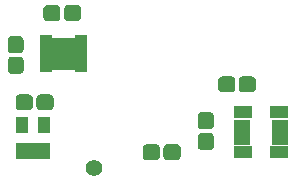
<source format=gbr>
G04 #@! TF.GenerationSoftware,KiCad,Pcbnew,(5.0.0-rc2-200-g1f6f76beb)*
G04 #@! TF.CreationDate,2020-02-24T22:29:59-05:00*
G04 #@! TF.ProjectId,watch-power,77617463682D706F7765722E6B696361,rev?*
G04 #@! TF.SameCoordinates,Original*
G04 #@! TF.FileFunction,Soldermask,Top*
G04 #@! TF.FilePolarity,Negative*
%FSLAX46Y46*%
G04 Gerber Fmt 4.6, Leading zero omitted, Abs format (unit mm)*
G04 Created by KiCad (PCBNEW (5.0.0-rc2-200-g1f6f76beb)) date Mon Feb 24 22:29:59 2020*
%MOMM*%
%LPD*%
G01*
G04 APERTURE LIST*
%ADD10C,0.100000*%
%ADD11C,1.350000*%
%ADD12R,1.100000X0.650000*%
%ADD13R,2.180000X2.750000*%
%ADD14R,1.050000X1.460000*%
%ADD15R,1.320000X0.630000*%
%ADD16R,1.600000X1.100000*%
%ADD17C,1.400000*%
G04 APERTURE END LIST*
D10*
G04 #@! TO.C,C1*
G36*
X72557381Y-69064425D02*
X72590143Y-69069285D01*
X72622271Y-69077333D01*
X72653456Y-69088491D01*
X72683396Y-69102652D01*
X72711805Y-69119679D01*
X72738408Y-69139409D01*
X72762949Y-69161651D01*
X72785191Y-69186192D01*
X72804921Y-69212795D01*
X72821948Y-69241204D01*
X72836109Y-69271144D01*
X72847267Y-69302329D01*
X72855315Y-69334457D01*
X72860175Y-69367219D01*
X72861800Y-69400300D01*
X72861800Y-70175300D01*
X72860175Y-70208381D01*
X72855315Y-70241143D01*
X72847267Y-70273271D01*
X72836109Y-70304456D01*
X72821948Y-70334396D01*
X72804921Y-70362805D01*
X72785191Y-70389408D01*
X72762949Y-70413949D01*
X72738408Y-70436191D01*
X72711805Y-70455921D01*
X72683396Y-70472948D01*
X72653456Y-70487109D01*
X72622271Y-70498267D01*
X72590143Y-70506315D01*
X72557381Y-70511175D01*
X72524300Y-70512800D01*
X71849300Y-70512800D01*
X71816219Y-70511175D01*
X71783457Y-70506315D01*
X71751329Y-70498267D01*
X71720144Y-70487109D01*
X71690204Y-70472948D01*
X71661795Y-70455921D01*
X71635192Y-70436191D01*
X71610651Y-70413949D01*
X71588409Y-70389408D01*
X71568679Y-70362805D01*
X71551652Y-70334396D01*
X71537491Y-70304456D01*
X71526333Y-70273271D01*
X71518285Y-70241143D01*
X71513425Y-70208381D01*
X71511800Y-70175300D01*
X71511800Y-69400300D01*
X71513425Y-69367219D01*
X71518285Y-69334457D01*
X71526333Y-69302329D01*
X71537491Y-69271144D01*
X71551652Y-69241204D01*
X71568679Y-69212795D01*
X71588409Y-69186192D01*
X71610651Y-69161651D01*
X71635192Y-69139409D01*
X71661795Y-69119679D01*
X71690204Y-69102652D01*
X71720144Y-69088491D01*
X71751329Y-69077333D01*
X71783457Y-69069285D01*
X71816219Y-69064425D01*
X71849300Y-69062800D01*
X72524300Y-69062800D01*
X72557381Y-69064425D01*
X72557381Y-69064425D01*
G37*
D11*
X72186800Y-69787800D03*
D10*
G36*
X72557381Y-70814425D02*
X72590143Y-70819285D01*
X72622271Y-70827333D01*
X72653456Y-70838491D01*
X72683396Y-70852652D01*
X72711805Y-70869679D01*
X72738408Y-70889409D01*
X72762949Y-70911651D01*
X72785191Y-70936192D01*
X72804921Y-70962795D01*
X72821948Y-70991204D01*
X72836109Y-71021144D01*
X72847267Y-71052329D01*
X72855315Y-71084457D01*
X72860175Y-71117219D01*
X72861800Y-71150300D01*
X72861800Y-71925300D01*
X72860175Y-71958381D01*
X72855315Y-71991143D01*
X72847267Y-72023271D01*
X72836109Y-72054456D01*
X72821948Y-72084396D01*
X72804921Y-72112805D01*
X72785191Y-72139408D01*
X72762949Y-72163949D01*
X72738408Y-72186191D01*
X72711805Y-72205921D01*
X72683396Y-72222948D01*
X72653456Y-72237109D01*
X72622271Y-72248267D01*
X72590143Y-72256315D01*
X72557381Y-72261175D01*
X72524300Y-72262800D01*
X71849300Y-72262800D01*
X71816219Y-72261175D01*
X71783457Y-72256315D01*
X71751329Y-72248267D01*
X71720144Y-72237109D01*
X71690204Y-72222948D01*
X71661795Y-72205921D01*
X71635192Y-72186191D01*
X71610651Y-72163949D01*
X71588409Y-72139408D01*
X71568679Y-72112805D01*
X71551652Y-72084396D01*
X71537491Y-72054456D01*
X71526333Y-72023271D01*
X71518285Y-71991143D01*
X71513425Y-71958381D01*
X71511800Y-71925300D01*
X71511800Y-71150300D01*
X71513425Y-71117219D01*
X71518285Y-71084457D01*
X71526333Y-71052329D01*
X71537491Y-71021144D01*
X71551652Y-70991204D01*
X71568679Y-70962795D01*
X71588409Y-70936192D01*
X71610651Y-70911651D01*
X71635192Y-70889409D01*
X71661795Y-70869679D01*
X71690204Y-70852652D01*
X71720144Y-70838491D01*
X71751329Y-70827333D01*
X71783457Y-70819285D01*
X71816219Y-70814425D01*
X71849300Y-70812800D01*
X72524300Y-70812800D01*
X72557381Y-70814425D01*
X72557381Y-70814425D01*
G37*
D11*
X72186800Y-71537800D03*
G04 #@! TD*
D10*
G04 #@! TO.C,C2*
G36*
X90477581Y-72478625D02*
X90510343Y-72483485D01*
X90542471Y-72491533D01*
X90573656Y-72502691D01*
X90603596Y-72516852D01*
X90632005Y-72533879D01*
X90658608Y-72553609D01*
X90683149Y-72575851D01*
X90705391Y-72600392D01*
X90725121Y-72626995D01*
X90742148Y-72655404D01*
X90756309Y-72685344D01*
X90767467Y-72716529D01*
X90775515Y-72748657D01*
X90780375Y-72781419D01*
X90782000Y-72814500D01*
X90782000Y-73489500D01*
X90780375Y-73522581D01*
X90775515Y-73555343D01*
X90767467Y-73587471D01*
X90756309Y-73618656D01*
X90742148Y-73648596D01*
X90725121Y-73677005D01*
X90705391Y-73703608D01*
X90683149Y-73728149D01*
X90658608Y-73750391D01*
X90632005Y-73770121D01*
X90603596Y-73787148D01*
X90573656Y-73801309D01*
X90542471Y-73812467D01*
X90510343Y-73820515D01*
X90477581Y-73825375D01*
X90444500Y-73827000D01*
X89669500Y-73827000D01*
X89636419Y-73825375D01*
X89603657Y-73820515D01*
X89571529Y-73812467D01*
X89540344Y-73801309D01*
X89510404Y-73787148D01*
X89481995Y-73770121D01*
X89455392Y-73750391D01*
X89430851Y-73728149D01*
X89408609Y-73703608D01*
X89388879Y-73677005D01*
X89371852Y-73648596D01*
X89357691Y-73618656D01*
X89346533Y-73587471D01*
X89338485Y-73555343D01*
X89333625Y-73522581D01*
X89332000Y-73489500D01*
X89332000Y-72814500D01*
X89333625Y-72781419D01*
X89338485Y-72748657D01*
X89346533Y-72716529D01*
X89357691Y-72685344D01*
X89371852Y-72655404D01*
X89388879Y-72626995D01*
X89408609Y-72600392D01*
X89430851Y-72575851D01*
X89455392Y-72553609D01*
X89481995Y-72533879D01*
X89510404Y-72516852D01*
X89540344Y-72502691D01*
X89571529Y-72491533D01*
X89603657Y-72483485D01*
X89636419Y-72478625D01*
X89669500Y-72477000D01*
X90444500Y-72477000D01*
X90477581Y-72478625D01*
X90477581Y-72478625D01*
G37*
D11*
X90057000Y-73152000D03*
D10*
G36*
X92227581Y-72478625D02*
X92260343Y-72483485D01*
X92292471Y-72491533D01*
X92323656Y-72502691D01*
X92353596Y-72516852D01*
X92382005Y-72533879D01*
X92408608Y-72553609D01*
X92433149Y-72575851D01*
X92455391Y-72600392D01*
X92475121Y-72626995D01*
X92492148Y-72655404D01*
X92506309Y-72685344D01*
X92517467Y-72716529D01*
X92525515Y-72748657D01*
X92530375Y-72781419D01*
X92532000Y-72814500D01*
X92532000Y-73489500D01*
X92530375Y-73522581D01*
X92525515Y-73555343D01*
X92517467Y-73587471D01*
X92506309Y-73618656D01*
X92492148Y-73648596D01*
X92475121Y-73677005D01*
X92455391Y-73703608D01*
X92433149Y-73728149D01*
X92408608Y-73750391D01*
X92382005Y-73770121D01*
X92353596Y-73787148D01*
X92323656Y-73801309D01*
X92292471Y-73812467D01*
X92260343Y-73820515D01*
X92227581Y-73825375D01*
X92194500Y-73827000D01*
X91419500Y-73827000D01*
X91386419Y-73825375D01*
X91353657Y-73820515D01*
X91321529Y-73812467D01*
X91290344Y-73801309D01*
X91260404Y-73787148D01*
X91231995Y-73770121D01*
X91205392Y-73750391D01*
X91180851Y-73728149D01*
X91158609Y-73703608D01*
X91138879Y-73677005D01*
X91121852Y-73648596D01*
X91107691Y-73618656D01*
X91096533Y-73587471D01*
X91088485Y-73555343D01*
X91083625Y-73522581D01*
X91082000Y-73489500D01*
X91082000Y-72814500D01*
X91083625Y-72781419D01*
X91088485Y-72748657D01*
X91096533Y-72716529D01*
X91107691Y-72685344D01*
X91121852Y-72655404D01*
X91138879Y-72626995D01*
X91158609Y-72600392D01*
X91180851Y-72575851D01*
X91205392Y-72553609D01*
X91231995Y-72533879D01*
X91260404Y-72516852D01*
X91290344Y-72502691D01*
X91321529Y-72491533D01*
X91353657Y-72483485D01*
X91386419Y-72478625D01*
X91419500Y-72477000D01*
X92194500Y-72477000D01*
X92227581Y-72478625D01*
X92227581Y-72478625D01*
G37*
D11*
X91807000Y-73152000D03*
G04 #@! TD*
D10*
G04 #@! TO.C,C4*
G36*
X88660981Y-75504625D02*
X88693743Y-75509485D01*
X88725871Y-75517533D01*
X88757056Y-75528691D01*
X88786996Y-75542852D01*
X88815405Y-75559879D01*
X88842008Y-75579609D01*
X88866549Y-75601851D01*
X88888791Y-75626392D01*
X88908521Y-75652995D01*
X88925548Y-75681404D01*
X88939709Y-75711344D01*
X88950867Y-75742529D01*
X88958915Y-75774657D01*
X88963775Y-75807419D01*
X88965400Y-75840500D01*
X88965400Y-76615500D01*
X88963775Y-76648581D01*
X88958915Y-76681343D01*
X88950867Y-76713471D01*
X88939709Y-76744656D01*
X88925548Y-76774596D01*
X88908521Y-76803005D01*
X88888791Y-76829608D01*
X88866549Y-76854149D01*
X88842008Y-76876391D01*
X88815405Y-76896121D01*
X88786996Y-76913148D01*
X88757056Y-76927309D01*
X88725871Y-76938467D01*
X88693743Y-76946515D01*
X88660981Y-76951375D01*
X88627900Y-76953000D01*
X87952900Y-76953000D01*
X87919819Y-76951375D01*
X87887057Y-76946515D01*
X87854929Y-76938467D01*
X87823744Y-76927309D01*
X87793804Y-76913148D01*
X87765395Y-76896121D01*
X87738792Y-76876391D01*
X87714251Y-76854149D01*
X87692009Y-76829608D01*
X87672279Y-76803005D01*
X87655252Y-76774596D01*
X87641091Y-76744656D01*
X87629933Y-76713471D01*
X87621885Y-76681343D01*
X87617025Y-76648581D01*
X87615400Y-76615500D01*
X87615400Y-75840500D01*
X87617025Y-75807419D01*
X87621885Y-75774657D01*
X87629933Y-75742529D01*
X87641091Y-75711344D01*
X87655252Y-75681404D01*
X87672279Y-75652995D01*
X87692009Y-75626392D01*
X87714251Y-75601851D01*
X87738792Y-75579609D01*
X87765395Y-75559879D01*
X87793804Y-75542852D01*
X87823744Y-75528691D01*
X87854929Y-75517533D01*
X87887057Y-75509485D01*
X87919819Y-75504625D01*
X87952900Y-75503000D01*
X88627900Y-75503000D01*
X88660981Y-75504625D01*
X88660981Y-75504625D01*
G37*
D11*
X88290400Y-76228000D03*
D10*
G36*
X88660981Y-77254625D02*
X88693743Y-77259485D01*
X88725871Y-77267533D01*
X88757056Y-77278691D01*
X88786996Y-77292852D01*
X88815405Y-77309879D01*
X88842008Y-77329609D01*
X88866549Y-77351851D01*
X88888791Y-77376392D01*
X88908521Y-77402995D01*
X88925548Y-77431404D01*
X88939709Y-77461344D01*
X88950867Y-77492529D01*
X88958915Y-77524657D01*
X88963775Y-77557419D01*
X88965400Y-77590500D01*
X88965400Y-78365500D01*
X88963775Y-78398581D01*
X88958915Y-78431343D01*
X88950867Y-78463471D01*
X88939709Y-78494656D01*
X88925548Y-78524596D01*
X88908521Y-78553005D01*
X88888791Y-78579608D01*
X88866549Y-78604149D01*
X88842008Y-78626391D01*
X88815405Y-78646121D01*
X88786996Y-78663148D01*
X88757056Y-78677309D01*
X88725871Y-78688467D01*
X88693743Y-78696515D01*
X88660981Y-78701375D01*
X88627900Y-78703000D01*
X87952900Y-78703000D01*
X87919819Y-78701375D01*
X87887057Y-78696515D01*
X87854929Y-78688467D01*
X87823744Y-78677309D01*
X87793804Y-78663148D01*
X87765395Y-78646121D01*
X87738792Y-78626391D01*
X87714251Y-78604149D01*
X87692009Y-78579608D01*
X87672279Y-78553005D01*
X87655252Y-78524596D01*
X87641091Y-78494656D01*
X87629933Y-78463471D01*
X87621885Y-78431343D01*
X87617025Y-78398581D01*
X87615400Y-78365500D01*
X87615400Y-77590500D01*
X87617025Y-77557419D01*
X87621885Y-77524657D01*
X87629933Y-77492529D01*
X87641091Y-77461344D01*
X87655252Y-77431404D01*
X87672279Y-77402995D01*
X87692009Y-77376392D01*
X87714251Y-77351851D01*
X87738792Y-77329609D01*
X87765395Y-77309879D01*
X87793804Y-77292852D01*
X87823744Y-77278691D01*
X87854929Y-77267533D01*
X87887057Y-77259485D01*
X87919819Y-77254625D01*
X87952900Y-77253000D01*
X88627900Y-77253000D01*
X88660981Y-77254625D01*
X88660981Y-77254625D01*
G37*
D11*
X88290400Y-77978000D03*
G04 #@! TD*
D10*
G04 #@! TO.C,R1*
G36*
X77433381Y-66433425D02*
X77466143Y-66438285D01*
X77498271Y-66446333D01*
X77529456Y-66457491D01*
X77559396Y-66471652D01*
X77587805Y-66488679D01*
X77614408Y-66508409D01*
X77638949Y-66530651D01*
X77661191Y-66555192D01*
X77680921Y-66581795D01*
X77697948Y-66610204D01*
X77712109Y-66640144D01*
X77723267Y-66671329D01*
X77731315Y-66703457D01*
X77736175Y-66736219D01*
X77737800Y-66769300D01*
X77737800Y-67444300D01*
X77736175Y-67477381D01*
X77731315Y-67510143D01*
X77723267Y-67542271D01*
X77712109Y-67573456D01*
X77697948Y-67603396D01*
X77680921Y-67631805D01*
X77661191Y-67658408D01*
X77638949Y-67682949D01*
X77614408Y-67705191D01*
X77587805Y-67724921D01*
X77559396Y-67741948D01*
X77529456Y-67756109D01*
X77498271Y-67767267D01*
X77466143Y-67775315D01*
X77433381Y-67780175D01*
X77400300Y-67781800D01*
X76625300Y-67781800D01*
X76592219Y-67780175D01*
X76559457Y-67775315D01*
X76527329Y-67767267D01*
X76496144Y-67756109D01*
X76466204Y-67741948D01*
X76437795Y-67724921D01*
X76411192Y-67705191D01*
X76386651Y-67682949D01*
X76364409Y-67658408D01*
X76344679Y-67631805D01*
X76327652Y-67603396D01*
X76313491Y-67573456D01*
X76302333Y-67542271D01*
X76294285Y-67510143D01*
X76289425Y-67477381D01*
X76287800Y-67444300D01*
X76287800Y-66769300D01*
X76289425Y-66736219D01*
X76294285Y-66703457D01*
X76302333Y-66671329D01*
X76313491Y-66640144D01*
X76327652Y-66610204D01*
X76344679Y-66581795D01*
X76364409Y-66555192D01*
X76386651Y-66530651D01*
X76411192Y-66508409D01*
X76437795Y-66488679D01*
X76466204Y-66471652D01*
X76496144Y-66457491D01*
X76527329Y-66446333D01*
X76559457Y-66438285D01*
X76592219Y-66433425D01*
X76625300Y-66431800D01*
X77400300Y-66431800D01*
X77433381Y-66433425D01*
X77433381Y-66433425D01*
G37*
D11*
X77012800Y-67106800D03*
D10*
G36*
X75683381Y-66433425D02*
X75716143Y-66438285D01*
X75748271Y-66446333D01*
X75779456Y-66457491D01*
X75809396Y-66471652D01*
X75837805Y-66488679D01*
X75864408Y-66508409D01*
X75888949Y-66530651D01*
X75911191Y-66555192D01*
X75930921Y-66581795D01*
X75947948Y-66610204D01*
X75962109Y-66640144D01*
X75973267Y-66671329D01*
X75981315Y-66703457D01*
X75986175Y-66736219D01*
X75987800Y-66769300D01*
X75987800Y-67444300D01*
X75986175Y-67477381D01*
X75981315Y-67510143D01*
X75973267Y-67542271D01*
X75962109Y-67573456D01*
X75947948Y-67603396D01*
X75930921Y-67631805D01*
X75911191Y-67658408D01*
X75888949Y-67682949D01*
X75864408Y-67705191D01*
X75837805Y-67724921D01*
X75809396Y-67741948D01*
X75779456Y-67756109D01*
X75748271Y-67767267D01*
X75716143Y-67775315D01*
X75683381Y-67780175D01*
X75650300Y-67781800D01*
X74875300Y-67781800D01*
X74842219Y-67780175D01*
X74809457Y-67775315D01*
X74777329Y-67767267D01*
X74746144Y-67756109D01*
X74716204Y-67741948D01*
X74687795Y-67724921D01*
X74661192Y-67705191D01*
X74636651Y-67682949D01*
X74614409Y-67658408D01*
X74594679Y-67631805D01*
X74577652Y-67603396D01*
X74563491Y-67573456D01*
X74552333Y-67542271D01*
X74544285Y-67510143D01*
X74539425Y-67477381D01*
X74537800Y-67444300D01*
X74537800Y-66769300D01*
X74539425Y-66736219D01*
X74544285Y-66703457D01*
X74552333Y-66671329D01*
X74563491Y-66640144D01*
X74577652Y-66610204D01*
X74594679Y-66581795D01*
X74614409Y-66555192D01*
X74636651Y-66530651D01*
X74661192Y-66508409D01*
X74687795Y-66488679D01*
X74716204Y-66471652D01*
X74746144Y-66457491D01*
X74777329Y-66446333D01*
X74809457Y-66438285D01*
X74842219Y-66433425D01*
X74875300Y-66431800D01*
X75650300Y-66431800D01*
X75683381Y-66433425D01*
X75683381Y-66433425D01*
G37*
D11*
X75262800Y-67106800D03*
G04 #@! TD*
D10*
G04 #@! TO.C,R2*
G36*
X73346581Y-74002625D02*
X73379343Y-74007485D01*
X73411471Y-74015533D01*
X73442656Y-74026691D01*
X73472596Y-74040852D01*
X73501005Y-74057879D01*
X73527608Y-74077609D01*
X73552149Y-74099851D01*
X73574391Y-74124392D01*
X73594121Y-74150995D01*
X73611148Y-74179404D01*
X73625309Y-74209344D01*
X73636467Y-74240529D01*
X73644515Y-74272657D01*
X73649375Y-74305419D01*
X73651000Y-74338500D01*
X73651000Y-75013500D01*
X73649375Y-75046581D01*
X73644515Y-75079343D01*
X73636467Y-75111471D01*
X73625309Y-75142656D01*
X73611148Y-75172596D01*
X73594121Y-75201005D01*
X73574391Y-75227608D01*
X73552149Y-75252149D01*
X73527608Y-75274391D01*
X73501005Y-75294121D01*
X73472596Y-75311148D01*
X73442656Y-75325309D01*
X73411471Y-75336467D01*
X73379343Y-75344515D01*
X73346581Y-75349375D01*
X73313500Y-75351000D01*
X72538500Y-75351000D01*
X72505419Y-75349375D01*
X72472657Y-75344515D01*
X72440529Y-75336467D01*
X72409344Y-75325309D01*
X72379404Y-75311148D01*
X72350995Y-75294121D01*
X72324392Y-75274391D01*
X72299851Y-75252149D01*
X72277609Y-75227608D01*
X72257879Y-75201005D01*
X72240852Y-75172596D01*
X72226691Y-75142656D01*
X72215533Y-75111471D01*
X72207485Y-75079343D01*
X72202625Y-75046581D01*
X72201000Y-75013500D01*
X72201000Y-74338500D01*
X72202625Y-74305419D01*
X72207485Y-74272657D01*
X72215533Y-74240529D01*
X72226691Y-74209344D01*
X72240852Y-74179404D01*
X72257879Y-74150995D01*
X72277609Y-74124392D01*
X72299851Y-74099851D01*
X72324392Y-74077609D01*
X72350995Y-74057879D01*
X72379404Y-74040852D01*
X72409344Y-74026691D01*
X72440529Y-74015533D01*
X72472657Y-74007485D01*
X72505419Y-74002625D01*
X72538500Y-74001000D01*
X73313500Y-74001000D01*
X73346581Y-74002625D01*
X73346581Y-74002625D01*
G37*
D11*
X72926000Y-74676000D03*
D10*
G36*
X75096581Y-74002625D02*
X75129343Y-74007485D01*
X75161471Y-74015533D01*
X75192656Y-74026691D01*
X75222596Y-74040852D01*
X75251005Y-74057879D01*
X75277608Y-74077609D01*
X75302149Y-74099851D01*
X75324391Y-74124392D01*
X75344121Y-74150995D01*
X75361148Y-74179404D01*
X75375309Y-74209344D01*
X75386467Y-74240529D01*
X75394515Y-74272657D01*
X75399375Y-74305419D01*
X75401000Y-74338500D01*
X75401000Y-75013500D01*
X75399375Y-75046581D01*
X75394515Y-75079343D01*
X75386467Y-75111471D01*
X75375309Y-75142656D01*
X75361148Y-75172596D01*
X75344121Y-75201005D01*
X75324391Y-75227608D01*
X75302149Y-75252149D01*
X75277608Y-75274391D01*
X75251005Y-75294121D01*
X75222596Y-75311148D01*
X75192656Y-75325309D01*
X75161471Y-75336467D01*
X75129343Y-75344515D01*
X75096581Y-75349375D01*
X75063500Y-75351000D01*
X74288500Y-75351000D01*
X74255419Y-75349375D01*
X74222657Y-75344515D01*
X74190529Y-75336467D01*
X74159344Y-75325309D01*
X74129404Y-75311148D01*
X74100995Y-75294121D01*
X74074392Y-75274391D01*
X74049851Y-75252149D01*
X74027609Y-75227608D01*
X74007879Y-75201005D01*
X73990852Y-75172596D01*
X73976691Y-75142656D01*
X73965533Y-75111471D01*
X73957485Y-75079343D01*
X73952625Y-75046581D01*
X73951000Y-75013500D01*
X73951000Y-74338500D01*
X73952625Y-74305419D01*
X73957485Y-74272657D01*
X73965533Y-74240529D01*
X73976691Y-74209344D01*
X73990852Y-74179404D01*
X74007879Y-74150995D01*
X74027609Y-74124392D01*
X74049851Y-74099851D01*
X74074392Y-74077609D01*
X74100995Y-74057879D01*
X74129404Y-74040852D01*
X74159344Y-74026691D01*
X74190529Y-74015533D01*
X74222657Y-74007485D01*
X74255419Y-74002625D01*
X74288500Y-74001000D01*
X75063500Y-74001000D01*
X75096581Y-74002625D01*
X75096581Y-74002625D01*
G37*
D11*
X74676000Y-74676000D03*
G04 #@! TD*
D10*
G04 #@! TO.C,R3*
G36*
X84101382Y-78219025D02*
X84134144Y-78223885D01*
X84166272Y-78231933D01*
X84197457Y-78243091D01*
X84227397Y-78257252D01*
X84255806Y-78274279D01*
X84282409Y-78294009D01*
X84306950Y-78316251D01*
X84329192Y-78340792D01*
X84348922Y-78367395D01*
X84365949Y-78395804D01*
X84380110Y-78425744D01*
X84391268Y-78456929D01*
X84399316Y-78489057D01*
X84404176Y-78521819D01*
X84405801Y-78554900D01*
X84405801Y-79229900D01*
X84404176Y-79262981D01*
X84399316Y-79295743D01*
X84391268Y-79327871D01*
X84380110Y-79359056D01*
X84365949Y-79388996D01*
X84348922Y-79417405D01*
X84329192Y-79444008D01*
X84306950Y-79468549D01*
X84282409Y-79490791D01*
X84255806Y-79510521D01*
X84227397Y-79527548D01*
X84197457Y-79541709D01*
X84166272Y-79552867D01*
X84134144Y-79560915D01*
X84101382Y-79565775D01*
X84068301Y-79567400D01*
X83293301Y-79567400D01*
X83260220Y-79565775D01*
X83227458Y-79560915D01*
X83195330Y-79552867D01*
X83164145Y-79541709D01*
X83134205Y-79527548D01*
X83105796Y-79510521D01*
X83079193Y-79490791D01*
X83054652Y-79468549D01*
X83032410Y-79444008D01*
X83012680Y-79417405D01*
X82995653Y-79388996D01*
X82981492Y-79359056D01*
X82970334Y-79327871D01*
X82962286Y-79295743D01*
X82957426Y-79262981D01*
X82955801Y-79229900D01*
X82955801Y-78554900D01*
X82957426Y-78521819D01*
X82962286Y-78489057D01*
X82970334Y-78456929D01*
X82981492Y-78425744D01*
X82995653Y-78395804D01*
X83012680Y-78367395D01*
X83032410Y-78340792D01*
X83054652Y-78316251D01*
X83079193Y-78294009D01*
X83105796Y-78274279D01*
X83134205Y-78257252D01*
X83164145Y-78243091D01*
X83195330Y-78231933D01*
X83227458Y-78223885D01*
X83260220Y-78219025D01*
X83293301Y-78217400D01*
X84068301Y-78217400D01*
X84101382Y-78219025D01*
X84101382Y-78219025D01*
G37*
D11*
X83680801Y-78892400D03*
D10*
G36*
X85851382Y-78219025D02*
X85884144Y-78223885D01*
X85916272Y-78231933D01*
X85947457Y-78243091D01*
X85977397Y-78257252D01*
X86005806Y-78274279D01*
X86032409Y-78294009D01*
X86056950Y-78316251D01*
X86079192Y-78340792D01*
X86098922Y-78367395D01*
X86115949Y-78395804D01*
X86130110Y-78425744D01*
X86141268Y-78456929D01*
X86149316Y-78489057D01*
X86154176Y-78521819D01*
X86155801Y-78554900D01*
X86155801Y-79229900D01*
X86154176Y-79262981D01*
X86149316Y-79295743D01*
X86141268Y-79327871D01*
X86130110Y-79359056D01*
X86115949Y-79388996D01*
X86098922Y-79417405D01*
X86079192Y-79444008D01*
X86056950Y-79468549D01*
X86032409Y-79490791D01*
X86005806Y-79510521D01*
X85977397Y-79527548D01*
X85947457Y-79541709D01*
X85916272Y-79552867D01*
X85884144Y-79560915D01*
X85851382Y-79565775D01*
X85818301Y-79567400D01*
X85043301Y-79567400D01*
X85010220Y-79565775D01*
X84977458Y-79560915D01*
X84945330Y-79552867D01*
X84914145Y-79541709D01*
X84884205Y-79527548D01*
X84855796Y-79510521D01*
X84829193Y-79490791D01*
X84804652Y-79468549D01*
X84782410Y-79444008D01*
X84762680Y-79417405D01*
X84745653Y-79388996D01*
X84731492Y-79359056D01*
X84720334Y-79327871D01*
X84712286Y-79295743D01*
X84707426Y-79262981D01*
X84705801Y-79229900D01*
X84705801Y-78554900D01*
X84707426Y-78521819D01*
X84712286Y-78489057D01*
X84720334Y-78456929D01*
X84731492Y-78425744D01*
X84745653Y-78395804D01*
X84762680Y-78367395D01*
X84782410Y-78340792D01*
X84804652Y-78316251D01*
X84829193Y-78294009D01*
X84855796Y-78274279D01*
X84884205Y-78257252D01*
X84914145Y-78243091D01*
X84945330Y-78231933D01*
X84977458Y-78223885D01*
X85010220Y-78219025D01*
X85043301Y-78217400D01*
X85818301Y-78217400D01*
X85851382Y-78219025D01*
X85851382Y-78219025D01*
G37*
D11*
X85430801Y-78892400D03*
G04 #@! TD*
D12*
G04 #@! TO.C,U1*
X74774000Y-71742000D03*
X74774000Y-71342000D03*
X74774000Y-70942000D03*
X74774000Y-70542000D03*
X74774000Y-70142000D03*
X74774000Y-69742000D03*
X77724000Y-69742000D03*
X77724000Y-70142000D03*
X77724000Y-70542000D03*
X77724000Y-70942000D03*
X77724000Y-71342000D03*
X77724000Y-71742000D03*
X77724000Y-69342000D03*
X74774000Y-69342000D03*
D13*
X76249000Y-70542000D03*
G04 #@! TD*
D14*
G04 #@! TO.C,U2*
X72710000Y-78824000D03*
X73660000Y-78824000D03*
X74610000Y-78824000D03*
X74610000Y-76624000D03*
X72710000Y-76624000D03*
G04 #@! TD*
D15*
G04 #@! TO.C,P1*
X91324000Y-77216000D03*
X91324000Y-77616000D03*
X91324000Y-76816000D03*
X91324000Y-78016000D03*
X91324000Y-76416000D03*
X94604000Y-77216000D03*
X94604000Y-77616000D03*
X94604000Y-76816000D03*
X94604000Y-78016000D03*
X94604000Y-76416000D03*
D16*
X91464000Y-78916000D03*
X94464000Y-78916000D03*
X94464000Y-75516000D03*
X91464000Y-75516000D03*
G04 #@! TD*
D17*
G04 #@! TO.C,TP4*
X78841600Y-80264000D03*
G04 #@! TD*
M02*

</source>
